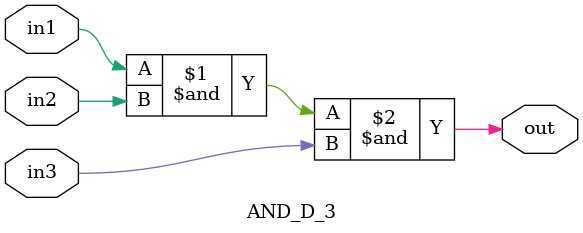
<source format=v>

`define	D		1	// definition of the delay


module AND_D_3(out, in1, in2, in3);

input in1, in2, in3;
output out;

and		#`D		and1(out, in1, in2, in3);

endmodule
</source>
